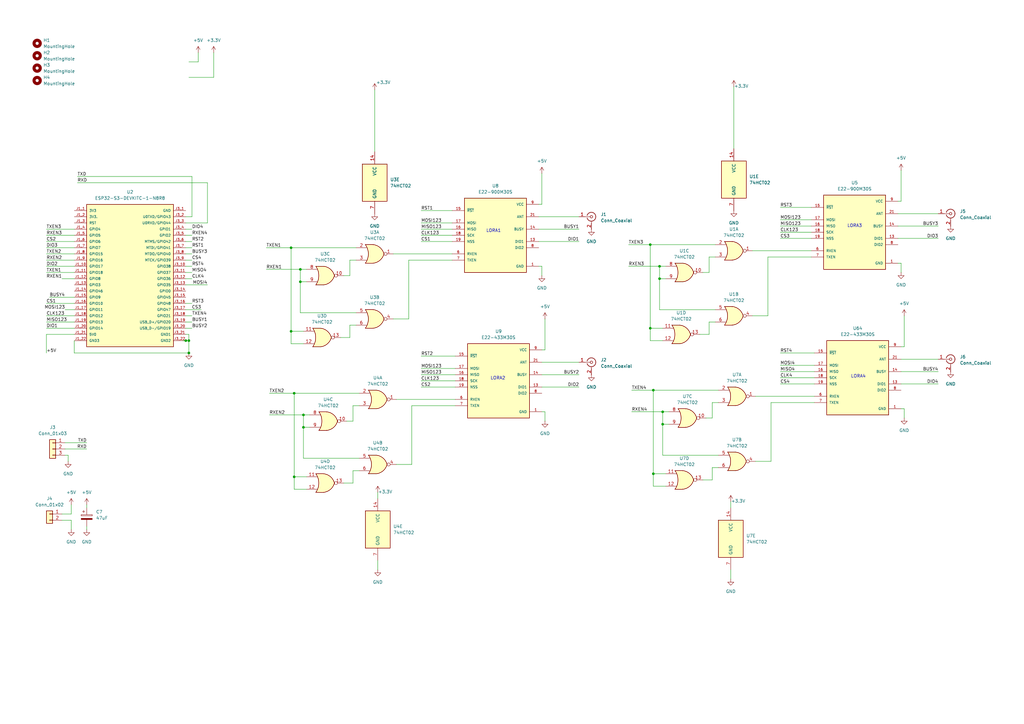
<source format=kicad_sch>
(kicad_sch (version 20250114) (generator "eeschema") (generator_version "9.0")
  (paper "A3")
  (lib_symbols
    (symbol "74xx:74HCT02" (pin_names (offset 1.016))
      (property "Reference" "U" (at 0 1.27 0))
      (property "Value" "74HCT02" (at 0 -1.27 0))
      (symbol "74HCT02_1_1"
        (pin input line (at -7.62 2.54 0) (length 4.318) (name "~") (number "2"))
        (pin input line (at -7.62 -2.54 0) (length 4.318) (name "~") (number "3"))
        (pin output inverted (at 7.62 0 180) (length 3.81) (name "~") (number "1"))
      )
      (symbol "74HCT02_1_2"
        (pin input inverted (at -7.62 2.54 0) (length 3.81) (name "~") (number "2"))
        (pin input inverted (at -7.62 -2.54 0) (length 3.81) (name "~") (number "3"))
        (pin output line (at 7.62 0 180) (length 3.81) (name "~") (number "1"))
      )
      (symbol "74HCT02_2_1"
        (pin input line (at -7.62 2.54 0) (length 4.318) (name "~") (number "5"))
        (pin input line (at -7.62 -2.54 0) (length 4.318) (name "~") (number "6"))
        (pin output inverted (at 7.62 0 180) (length 3.81) (name "~") (number "4"))
      )
      (symbol "74HCT02_2_2"
        (pin input inverted (at -7.62 2.54 0) (length 3.81) (name "~") (number "5"))
        (pin input inverted (at -7.62 -2.54 0) (length 3.81) (name "~") (number "6"))
        (pin output line (at 7.62 0 180) (length 3.81) (name "~") (number "4"))
      )
      (symbol "74HCT02_3_1"
        (pin input line (at -7.62 2.54 0) (length 4.318) (name "~") (number "8"))
        (pin input line (at -7.62 -2.54 0) (length 4.318) (name "~") (number "9"))
        (pin output inverted (at 7.62 0 180) (length 3.81) (name "~") (number "10"))
      )
      (symbol "74HCT02_3_2"
        (pin input inverted (at -7.62 2.54 0) (length 3.81) (name "~") (number "8"))
        (pin input inverted (at -7.62 -2.54 0) (length 3.81) (name "~") (number "9"))
        (pin output line (at 7.62 0 180) (length 3.81) (name "~") (number "10"))
      )
      (symbol "74HCT02_4_1"
        (pin input line (at -7.62 2.54 0) (length 4.318) (name "~") (number "11"))
        (pin input line (at -7.62 -2.54 0) (length 4.318) (name "~") (number "12"))
        (pin output inverted (at 7.62 0 180) (length 3.81) (name "~") (number "13"))
      )
      (symbol "74HCT02_4_2"
        (pin input inverted (at -7.62 2.54 0) (length 3.81) (name "~") (number "11"))
        (pin input inverted (at -7.62 -2.54 0) (length 3.81) (name "~") (number "12"))
        (pin output line (at 7.62 0 180) (length 3.81) (name "~") (number "13"))
      )
      (symbol "74HCT02_5_0"
        (pin power_in line (at 0 12.7 270) (length 5.08) (name "VCC") (number "14"))
        (pin power_in line (at 0 -12.7 90) (length 5.08) (name "GND") (number "7"))
      )
    )
    (symbol "Connector:Conn_Coaxial" (pin_names (offset 1.016) (hide yes))
      (property "Reference" "J" (at 0.254 3.048 0))
      (property "Value" "Conn_Coaxial" (at 2.921 0 90))
      (symbol "Conn_Coaxial_1_1"
        (pin passive line (at -5.08 0 0) (length 2.54) (name "In") (number "1"))
        (pin passive line (at 0 -5.08 90) (length 2.54) (name "Ext") (number "2"))
      )
    )
    (symbol "Connector_Generic:Conn_01x02" (pin_names (offset 1.016) (hide yes))
      (property "Reference" "J" (at 0 2.54 0))
      (property "Value" "Conn_01x02" (at 0 -5.08 0))
      (symbol "Conn_01x02_1_1"
        (pin passive line (at -5.08 0 0) (length 3.81) (name "Pin_1") (number "1"))
        (pin passive line (at -5.08 -2.54 0) (length 3.81) (name "Pin_2") (number "2"))
      )
    )
    (symbol "Connector_Generic:Conn_01x03" (pin_names (offset 1.016) (hide yes))
      (property "Reference" "J" (at 0 5.08 0))
      (property "Value" "Conn_01x03" (at 0 -5.08 0))
      (symbol "Conn_01x03_1_1"
        (pin passive line (at -5.08 2.54 0) (length 3.81) (name "Pin_1") (number "1"))
        (pin passive line (at -5.08 0 0) (length 3.81) (name "Pin_2") (number "2"))
        (pin passive line (at -5.08 -2.54 0) (length 3.81) (name "Pin_3") (number "3"))
      )
    )
    (symbol "Device:C_Polarized" (pin_numbers (hide yes)) (pin_names (offset 0.254))
      (property "Reference" "C" (at 0.635 2.54 0))
      (property "Value" "C_Polarized" (at 0.635 -2.54 0))
      (symbol "C_Polarized_1_1"
        (pin passive line (at 0 3.81 270) (length 2.794) (name "~") (number "1"))
        (pin passive line (at 0 -3.81 90) (length 2.794) (name "~") (number "2"))
      )
    )
    (symbol "ESP32-S3-DEVKITC-1-N8R8:ESP32-S3-DEVKITC-1-N8R8" (pin_names (offset 1.016))
      (property "Reference" "U" (at -17.78 35.56 0))
      (property "Value" "ESP32-S3-DEVKITC-1-N8R8" (at -17.78 -27.94 0))
      (symbol "ESP32-S3-DEVKITC-1-N8R8_0_0"
        (pin power_in line (at -22.86 30.48 0) (length 5.08) (name "3V3") (number "J1_1"))
        (pin power_in line (at -22.86 27.94 0) (length 5.08) (name "3V3.") (number "J1_2"))
        (pin input line (at -22.86 25.4 0) (length 5.08) (name "RST") (number "J1_3"))
        (pin bidirectional line (at -22.86 22.86 0) (length 5.08) (name "GPIO4") (number "J1_4"))
        (pin bidirectional line (at -22.86 20.32 0) (length 5.08) (name "GPIO5") (number "J1_5"))
        (pin bidirectional line (at -22.86 17.78 0) (length 5.08) (name "GPIO6") (number "J1_6"))
        (pin bidirectional line (at -22.86 15.24 0) (length 5.08) (name "GPIO7") (number "J1_7"))
        (pin bidirectional line (at -22.86 12.7 0) (length 5.08) (name "GPIO15") (number "J1_8"))
        (pin bidirectional line (at -22.86 10.16 0) (length 5.08) (name "GPIO16") (number "J1_9"))
        (pin bidirectional line (at -22.86 7.62 0) (length 5.08) (name "GPIO17") (number "J1_10"))
        (pin bidirectional line (at -22.86 5.08 0) (length 5.08) (name "GPIO18") (number "J1_11"))
        (pin bidirectional line (at -22.86 2.54 0) (length 5.08) (name "GPIO8") (number "J1_12"))
        (pin bidirectional line (at -22.86 0 0) (length 5.08) (name "GPIO3") (number "J1_13"))
        (pin bidirectional line (at -22.86 -2.54 0) (length 5.08) (name "GPIO46") (number "J1_14"))
        (pin bidirectional line (at -22.86 -5.08 0) (length 5.08) (name "GPIO9") (number "J1_15"))
        (pin bidirectional line (at -22.86 -7.62 0) (length 5.08) (name "GPIO10") (number "J1_16"))
        (pin bidirectional line (at -22.86 -10.16 0) (length 5.08) (name "GPIO11") (number "J1_17"))
        (pin bidirectional line (at -22.86 -12.7 0) (length 5.08) (name "GPIO12") (number "J1_18"))
        (pin bidirectional line (at -22.86 -15.24 0) (length 5.08) (name "GPIO13") (number "J1_19"))
        (pin bidirectional line (at -22.86 -17.78 0) (length 5.08) (name "GPIO14") (number "J1_20"))
        (pin power_in line (at -22.86 -20.32 0) (length 5.08) (name "5V0") (number "J1_21"))
        (pin power_in line (at -22.86 -22.86 0) (length 5.08) (name "GND3") (number "J1_22"))
        (pin power_in line (at 22.86 30.48 180) (length 5.08) (name "GND") (number "J3_1"))
        (pin bidirectional line (at 22.86 27.94 180) (length 5.08) (name "U0TXD/GPIO43") (number "J3_2"))
        (pin bidirectional line (at 22.86 25.4 180) (length 5.08) (name "U0RXD/GPIO44") (number "J3_3"))
        (pin bidirectional line (at 22.86 22.86 180) (length 5.08) (name "GPIO1") (number "J3_4"))
        (pin bidirectional line (at 22.86 20.32 180) (length 5.08) (name "GPIO2") (number "J3_5"))
        (pin bidirectional line (at 22.86 17.78 180) (length 5.08) (name "MTMS/GPIO42") (number "J3_6"))
        (pin bidirectional line (at 22.86 15.24 180) (length 5.08) (name "MTDI/GPIO41") (number "J3_7"))
        (pin bidirectional line (at 22.86 12.7 180) (length 5.08) (name "MTDO/GPIO40") (number "J3_8"))
        (pin bidirectional line (at 22.86 10.16 180) (length 5.08) (name "MTCK/GPIO39") (number "J3_9"))
        (pin bidirectional line (at 22.86 7.62 180) (length 5.08) (name "GPIO38") (number "J3_10"))
        (pin bidirectional line (at 22.86 5.08 180) (length 5.08) (name "GPIO37") (number "J3_11"))
        (pin bidirectional line (at 22.86 2.54 180) (length 5.08) (name "GPIO36") (number "J3_12"))
        (pin bidirectional line (at 22.86 0 180) (length 5.08) (name "GPIO35") (number "J3_13"))
        (pin bidirectional line (at 22.86 -2.54 180) (length 5.08) (name "GPIO0") (number "J3_14"))
        (pin bidirectional line (at 22.86 -5.08 180) (length 5.08) (name "GPIO45") (number "J3_15"))
        (pin bidirectional line (at 22.86 -7.62 180) (length 5.08) (name "GPIO48") (number "J3_16"))
        (pin bidirectional line (at 22.86 -10.16 180) (length 5.08) (name "GPIO47") (number "J3_17"))
        (pin bidirectional line (at 22.86 -12.7 180) (length 5.08) (name "GPIO21") (number "J3_18"))
        (pin bidirectional line (at 22.86 -15.24 180) (length 5.08) (name "USB_D+/GPIO20") (number "J3_19"))
        (pin bidirectional line (at 22.86 -17.78 180) (length 5.08) (name "USB_D-/GPIO19") (number "J3_20"))
        (pin power_in line (at 22.86 -20.32 180) (length 5.08) (name "GND1") (number "J3_21"))
        (pin power_in line (at 22.86 -22.86 180) (length 5.08) (name "GND2") (number "J3_22"))
      )
    )
    (symbol "Mechanical:MountingHole" (pin_names (offset 1.016)) (exclude_from_sim yes) (in_bom no)
      (property "Reference" "H" (at 0 5.08 0))
      (property "Value" "MountingHole" (at 0 3.175 0))
    )
    (symbol "all:E22-900M30S" (pin_names (offset 1.016))
      (property "Reference" "U" (at -12.7 16.002 0))
      (property "Value" "E22-900M30S" (at -12.7 -17.78 0))
      (symbol "E22-900M30S_0_0"
        (pin input line (at -17.78 10.16 0) (length 5.08) (name "~{RST}") (number "15"))
        (pin input line (at -17.78 5.08 0) (length 5.08) (name "MOSI") (number "17"))
        (pin output line (at -17.78 2.54 0) (length 5.08) (name "MISO") (number "16"))
        (pin input line (at -17.78 0 0) (length 5.08) (name "SCK") (number "18"))
        (pin input line (at -17.78 -2.54 0) (length 5.08) (name "NSS") (number "19"))
        (pin input line (at -17.78 -7.62 0) (length 5.08) (name "RXEN") (number "6"))
        (pin input line (at -17.78 -10.16 0) (length 5.08) (name "TXEN") (number "7"))
        (pin power_in line (at 17.78 12.7 180) (length 5.08) (name "VCC") (number "9"))
        (pin output line (at 17.78 7.62 180) (length 5.08) (name "ANT") (number "21"))
        (pin output line (at 17.78 2.54 180) (length 5.08) (name "BUSY") (number "14"))
        (pin bidirectional line (at 17.78 -2.54 180) (length 5.08) (name "DIO1") (number "13"))
        (pin bidirectional line (at 17.78 -5.08 180) (length 5.08) (name "DIO2") (number "8"))
        (pin power_in line (at 17.78 -12.7 180) (length 5.08) (name "GND") (number "1"))
      )
      (symbol "E22-900M30S_1_0"
        (pin power_in line (at 17.78 12.7 180) (length 5.08) (hide yes) (name "VCC") (number "10"))
        (pin power_in line (at 17.78 -12.7 180) (length 5.08) (hide yes) (name "GND") (number "11"))
        (pin power_in line (at 17.78 -12.7 180) (length 5.08) (hide yes) (name "GND") (number "12"))
        (pin power_in line (at 17.78 -12.7 180) (length 5.08) (hide yes) (name "GND") (number "2"))
        (pin power_in line (at 17.78 -12.7 180) (length 5.08) (hide yes) (name "GND") (number "20"))
        (pin power_in line (at 17.78 -12.7 180) (length 5.08) (hide yes) (name "GND") (number "22"))
        (pin power_in line (at 17.78 -12.7 180) (length 5.08) (hide yes) (name "GND") (number "3"))
        (pin power_in line (at 17.78 -12.7 180) (length 5.08) (hide yes) (name "GND") (number "4"))
        (pin power_in line (at 17.78 -12.7 180) (length 5.08) (hide yes) (name "GND") (number "5"))
      )
    )
    (symbol "power:+3.3V" (power) (pin_numbers (hide yes)) (pin_names (offset 0) (hide yes))
      (property "Value" "+3.3V" (at 0 3.556 0))
      (symbol "+3.3V_1_1"
        (pin power_in line (at 0 0 90) (length 0) (name "~") (number "1"))
      )
    )
    (symbol "power:+5V" (power) (pin_numbers (hide yes)) (pin_names (offset 0) (hide yes))
      (property "Value" "+5V" (at 0 3.556 0))
      (symbol "+5V_1_1"
        (pin power_in line (at 0 0 90) (length 0) (name "~") (number "1"))
      )
    )
    (symbol "power:GND" (power) (pin_numbers (hide yes)) (pin_names (offset 0) (hide yes))
      (property "Value" "GND" (at 0 -3.81 0))
      (symbol "GND_1_1"
        (pin power_in line (at 0 0 270) (length 0) (name "~") (number "1"))
      )
    )
  )
  (text "LORA2" (at 204.216 155.194 0) (effects (font (size 1.27 1.27))))
  (text "LORA4" (at 352.044 154.432 0) (effects (font (size 1.27 1.27))))
  (text "LORA3" (at 350.52 92.71 0) (effects (font (size 1.27 1.27))))
  (text "LORA1" (at 202.438 94.742 0) (effects (font (size 1.27 1.27))))
  (junction (at 267.97 160.02))
  (junction (at 266.7 134.62))
  (junction (at 120.65 161.29))
  (junction (at 120.65 195.58))
  (junction (at 266.7 100.33))
  (junction (at 77.47 144.78))
  (junction (at 76.2 139.7))
  (junction (at 123.19 115.57))
  (junction (at 124.46 175.26))
  (junction (at 77.47 139.7))
  (junction (at 271.78 168.91))
  (junction (at 271.78 173.99))
  (junction (at 270.51 109.22))
  (junction (at 267.97 194.31))
  (junction (at 270.51 114.3))
  (junction (at 124.46 170.18))
  (junction (at 119.38 135.89))
  (junction (at 119.38 101.6))
  (junction (at 123.19 110.49))
  (wire (pts (xy 19.05 93.98) (xy 30.48 93.98)))
  (wire (pts (xy 309.88 189.23) (xy 316.23 189.23)))
  (wire (pts (xy 257.81 109.22) (xy 270.51 109.22)))
  (wire (pts (xy 19.05 132.08) (xy 30.48 132.08)))
  (wire (pts (xy 267.97 199.39) (xy 273.05 199.39)))
  (wire (pts (xy 35.56 207.01) (xy 35.56 208.28)))
  (wire (pts (xy 26.67 181.61) (xy 35.56 181.61)))
  (wire (pts (xy 167.64 106.68) (xy 185.42 106.68)))
  (wire (pts (xy 19.05 101.6) (xy 30.48 101.6)))
  (wire (pts (xy 26.67 184.15) (xy 35.56 184.15)))
  (wire (pts (xy 30.48 137.16) (xy 19.05 137.16)))
  (wire (pts (xy 172.72 96.52) (xy 185.42 96.52)))
  (wire (pts (xy 144.78 172.72) (xy 144.78 166.37)))
  (wire (pts (xy 289.56 171.45) (xy 292.1 171.45)))
  (wire (pts (xy 78.74 99.06) (xy 76.2 99.06)))
  (wire (pts (xy 19.05 104.14) (xy 30.48 104.14)))
  (wire (pts (xy 288.29 111.76) (xy 290.83 111.76)))
  (wire (pts (xy 19.05 129.54) (xy 30.48 129.54)))
  (wire (pts (xy 223.52 168.91) (xy 222.25 168.91)))
  (wire (pts (xy 120.65 200.66) (xy 125.73 200.66)))
  (wire (pts (xy 320.04 154.94) (xy 334.01 154.94)))
  (wire (pts (xy 271.78 173.99) (xy 274.32 173.99)))
  (wire (pts (xy 78.74 93.98) (xy 76.2 93.98)))
  (wire (pts (xy 74.93 139.7) (xy 76.2 139.7)))
  (wire (pts (xy 316.23 189.23) (xy 316.23 165.1)))
  (wire (pts (xy 172.72 93.98) (xy 185.42 93.98)))
  (wire (pts (xy 172.72 153.67) (xy 186.69 153.67)))
  (wire (pts (xy 316.23 165.1) (xy 334.01 165.1)))
  (wire (pts (xy 78.74 124.46) (xy 76.2 124.46)))
  (wire (pts (xy 140.97 113.03) (xy 143.51 113.03)))
  (wire (pts (xy 119.38 135.89) (xy 119.38 101.6)))
  (wire (pts (xy 19.05 124.46) (xy 30.48 124.46)))
  (wire (pts (xy 78.74 96.52) (xy 76.2 96.52)))
  (wire (pts (xy 110.49 170.18) (xy 124.46 170.18)))
  (wire (pts (xy 123.19 128.27) (xy 123.19 115.57)))
  (wire (pts (xy 172.72 158.75) (xy 186.69 158.75)))
  (wire (pts (xy 143.51 106.68) (xy 146.05 106.68)))
  (wire (pts (xy 223.52 130.81) (xy 223.52 143.51)))
  (wire (pts (xy 259.08 168.91) (xy 271.78 168.91)))
  (wire (pts (xy 314.96 129.54) (xy 314.96 105.41)))
  (wire (pts (xy 76.2 137.16) (xy 77.47 137.16)))
  (wire (pts (xy 78.74 88.9) (xy 78.74 72.39)))
  (wire (pts (xy 162.56 190.5) (xy 168.91 190.5)))
  (wire (pts (xy 76.2 114.3) (xy 78.74 114.3)))
  (wire (pts (xy 320.04 92.71) (xy 332.74 92.71)))
  (wire (pts (xy 26.67 186.69) (xy 27.94 186.69)))
  (wire (pts (xy 369.57 82.55) (xy 369.57 69.85)))
  (wire (pts (xy 266.7 100.33) (xy 293.37 100.33)))
  (wire (pts (xy 120.65 161.29) (xy 147.32 161.29)))
  (wire (pts (xy 368.3 87.63) (xy 384.81 87.63)))
  (wire (pts (xy 85.09 116.84) (xy 76.2 116.84)))
  (wire (pts (xy 19.05 111.76) (xy 30.48 111.76)))
  (wire (pts (xy 78.74 106.68) (xy 76.2 106.68)))
  (wire (pts (xy 369.57 147.32) (xy 384.81 147.32)))
  (wire (pts (xy 19.05 96.52) (xy 30.48 96.52)))
  (wire (pts (xy 220.98 93.98) (xy 237.49 93.98)))
  (wire (pts (xy 154.94 201.93) (xy 154.94 204.47)))
  (wire (pts (xy 85.09 91.44) (xy 85.09 74.93)))
  (wire (pts (xy 223.52 172.72) (xy 223.52 168.91)))
  (wire (pts (xy 294.64 186.69) (xy 271.78 186.69)))
  (wire (pts (xy 19.05 134.62) (xy 30.48 134.62)))
  (wire (pts (xy 266.7 139.7) (xy 271.78 139.7)))
  (wire (pts (xy 78.74 109.22) (xy 76.2 109.22)))
  (wire (pts (xy 270.51 114.3) (xy 273.05 114.3)))
  (wire (pts (xy 288.29 196.85) (xy 292.1 196.85)))
  (wire (pts (xy 78.74 111.76) (xy 76.2 111.76)))
  (wire (pts (xy 78.74 104.14) (xy 76.2 104.14)))
  (wire (pts (xy 172.72 146.05) (xy 186.69 146.05)))
  (wire (pts (xy 144.78 198.12) (xy 144.78 193.04)))
  (wire (pts (xy 270.51 109.22) (xy 273.05 109.22)))
  (wire (pts (xy 172.72 91.44) (xy 185.42 91.44)))
  (wire (pts (xy 78.74 101.6) (xy 76.2 101.6)))
  (wire (pts (xy 167.64 130.81) (xy 167.64 106.68)))
  (wire (pts (xy 172.72 151.13) (xy 186.69 151.13)))
  (wire (pts (xy 222.25 158.75) (xy 237.49 158.75)))
  (wire (pts (xy 172.72 99.06) (xy 185.42 99.06)))
  (wire (pts (xy 154.94 233.68) (xy 154.94 229.87)))
  (wire (pts (xy 257.81 100.33) (xy 266.7 100.33)))
  (wire (pts (xy 320.04 85.09) (xy 332.74 85.09)))
  (wire (pts (xy 320.04 152.4) (xy 334.01 152.4)))
  (wire (pts (xy 220.98 83.82) (xy 222.25 83.82)))
  (wire (pts (xy 77.47 137.16) (xy 77.47 139.7)))
  (wire (pts (xy 119.38 135.89) (xy 124.46 135.89)))
  (wire (pts (xy 290.83 111.76) (xy 290.83 105.41)))
  (wire (pts (xy 290.83 105.41) (xy 293.37 105.41)))
  (wire (pts (xy 271.78 186.69) (xy 271.78 173.99)))
  (wire (pts (xy 77.47 139.7) (xy 77.47 144.78)))
  (wire (pts (xy 259.08 160.02) (xy 267.97 160.02)))
  (wire (pts (xy 143.51 133.35) (xy 146.05 133.35)))
  (wire (pts (xy 123.19 115.57) (xy 123.19 110.49)))
  (wire (pts (xy 81.28 25.4) (xy 77.47 25.4)))
  (wire (pts (xy 146.05 128.27) (xy 123.19 128.27)))
  (wire (pts (xy 266.7 134.62) (xy 271.78 134.62)))
  (wire (pts (xy 87.63 21.59) (xy 87.63 31.75)))
  (wire (pts (xy 368.3 92.71) (xy 384.81 92.71)))
  (wire (pts (xy 27.94 189.23) (xy 27.94 186.69)))
  (wire (pts (xy 35.56 215.9) (xy 35.56 217.17)))
  (wire (pts (xy 120.65 195.58) (xy 125.73 195.58)))
  (wire (pts (xy 25.4 114.3) (xy 30.48 114.3)))
  (wire (pts (xy 30.48 106.68) (xy 19.05 106.68)))
  (wire (pts (xy 142.24 172.72) (xy 144.78 172.72)))
  (wire (pts (xy 123.19 110.49) (xy 125.73 110.49)))
  (wire (pts (xy 267.97 160.02) (xy 294.64 160.02)))
  (wire (pts (xy 140.97 198.12) (xy 144.78 198.12)))
  (wire (pts (xy 119.38 140.97) (xy 124.46 140.97)))
  (wire (pts (xy 222.25 153.67) (xy 237.49 153.67)))
  (wire (pts (xy 29.21 213.36) (xy 29.21 217.17)))
  (wire (pts (xy 370.84 167.64) (xy 369.57 167.64)))
  (wire (pts (xy 220.98 88.9) (xy 237.49 88.9)))
  (wire (pts (xy 292.1 191.77) (xy 294.64 191.77)))
  (wire (pts (xy 29.21 210.82) (xy 29.21 207.01)))
  (wire (pts (xy 20.32 121.92) (xy 30.48 121.92)))
  (wire (pts (xy 147.32 187.96) (xy 124.46 187.96)))
  (wire (pts (xy 320.04 157.48) (xy 334.01 157.48)))
  (wire (pts (xy 370.84 171.45) (xy 370.84 167.64)))
  (wire (pts (xy 124.46 175.26) (xy 124.46 170.18)))
  (wire (pts (xy 76.2 91.44) (xy 85.09 91.44)))
  (wire (pts (xy 270.51 114.3) (xy 270.51 109.22)))
  (wire (pts (xy 31.75 74.93) (xy 85.09 74.93)))
  (wire (pts (xy 30.48 109.22) (xy 19.05 109.22)))
  (wire (pts (xy 267.97 199.39) (xy 267.97 194.31)))
  (wire (pts (xy 153.67 62.23) (xy 153.67 36.83)))
  (wire (pts (xy 161.29 130.81) (xy 167.64 130.81)))
  (wire (pts (xy 161.29 104.14) (xy 185.42 104.14)))
  (wire (pts (xy 25.4 213.36) (xy 29.21 213.36)))
  (wire (pts (xy 144.78 166.37) (xy 147.32 166.37)))
  (wire (pts (xy 266.7 139.7) (xy 266.7 134.62)))
  (wire (pts (xy 299.72 205.74) (xy 299.72 208.28)))
  (wire (pts (xy 292.1 165.1) (xy 294.64 165.1)))
  (wire (pts (xy 314.96 105.41) (xy 332.74 105.41)))
  (wire (pts (xy 31.75 72.39) (xy 78.74 72.39)))
  (wire (pts (xy 220.98 99.06) (xy 237.49 99.06)))
  (wire (pts (xy 308.61 102.87) (xy 332.74 102.87)))
  (wire (pts (xy 271.78 173.99) (xy 271.78 168.91)))
  (wire (pts (xy 81.28 21.59) (xy 81.28 25.4)))
  (wire (pts (xy 369.57 111.76) (xy 369.57 107.95)))
  (wire (pts (xy 172.72 86.36) (xy 185.42 86.36)))
  (wire (pts (xy 369.57 142.24) (xy 370.84 142.24)))
  (wire (pts (xy 76.2 127) (xy 82.55 127)))
  (wire (pts (xy 308.61 129.54) (xy 314.96 129.54)))
  (wire (pts (xy 144.78 193.04) (xy 147.32 193.04)))
  (wire (pts (xy 87.63 31.75) (xy 77.47 31.75)))
  (wire (pts (xy 120.65 200.66) (xy 120.65 195.58)))
  (wire (pts (xy 168.91 190.5) (xy 168.91 166.37)))
  (wire (pts (xy 19.05 99.06) (xy 30.48 99.06)))
  (wire (pts (xy 271.78 168.91) (xy 274.32 168.91)))
  (wire (pts (xy 299.72 237.49) (xy 299.72 233.68)))
  (wire (pts (xy 30.48 139.7) (xy 30.48 144.78)))
  (wire (pts (xy 370.84 129.54) (xy 370.84 142.24)))
  (wire (pts (xy 320.04 144.78) (xy 334.01 144.78)))
  (wire (pts (xy 168.91 166.37) (xy 186.69 166.37)))
  (wire (pts (xy 119.38 140.97) (xy 119.38 135.89)))
  (wire (pts (xy 292.1 196.85) (xy 292.1 191.77)))
  (wire (pts (xy 78.74 88.9) (xy 76.2 88.9)))
  (wire (pts (xy 368.3 107.95) (xy 369.57 107.95)))
  (wire (pts (xy 76.2 139.7) (xy 77.47 139.7)))
  (wire (pts (xy 267.97 194.31) (xy 267.97 160.02)))
  (wire (pts (xy 290.83 132.08) (xy 293.37 132.08)))
  (wire (pts (xy 292.1 171.45) (xy 292.1 165.1)))
  (wire (pts (xy 320.04 95.25) (xy 332.74 95.25)))
  (wire (pts (xy 222.25 143.51) (xy 223.52 143.51)))
  (wire (pts (xy 26.67 127) (xy 30.48 127)))
  (wire (pts (xy 78.74 134.62) (xy 76.2 134.62)))
  (wire (pts (xy 369.57 157.48) (xy 384.81 157.48)))
  (wire (pts (xy 143.51 113.03) (xy 143.51 106.68)))
  (wire (pts (xy 139.7 138.43) (xy 143.51 138.43)))
  (wire (pts (xy 287.02 137.16) (xy 290.83 137.16)))
  (wire (pts (xy 109.22 110.49) (xy 123.19 110.49)))
  (wire (pts (xy 110.49 161.29) (xy 120.65 161.29)))
  (wire (pts (xy 109.22 101.6) (xy 119.38 101.6)))
  (wire (pts (xy 25.4 210.82) (xy 29.21 210.82)))
  (wire (pts (xy 172.72 156.21) (xy 186.69 156.21)))
  (wire (pts (xy 290.83 137.16) (xy 290.83 132.08)))
  (wire (pts (xy 78.74 129.54) (xy 76.2 129.54)))
  (wire (pts (xy 143.51 138.43) (xy 143.51 133.35)))
  (wire (pts (xy 222.25 148.59) (xy 237.49 148.59)))
  (wire (pts (xy 119.38 101.6) (xy 146.05 101.6)))
  (wire (pts (xy 30.48 144.78) (xy 77.47 144.78)))
  (wire (pts (xy 320.04 149.86) (xy 334.01 149.86)))
  (wire (pts (xy 124.46 170.18) (xy 127 170.18)))
  (wire (pts (xy 123.19 115.57) (xy 125.73 115.57)))
  (wire (pts (xy 368.3 82.55) (xy 369.57 82.55)))
  (wire (pts (xy 124.46 175.26) (xy 127 175.26)))
  (wire (pts (xy 222.25 113.03) (xy 222.25 109.22)))
  (wire (pts (xy 78.74 132.08) (xy 76.2 132.08)))
  (wire (pts (xy 120.65 195.58) (xy 120.65 161.29)))
  (wire (pts (xy 162.56 163.83) (xy 186.69 163.83)))
  (wire (pts (xy 293.37 127) (xy 270.51 127)))
  (wire (pts (xy 19.05 137.16) (xy 19.05 144.78)))
  (wire (pts (xy 320.04 90.17) (xy 332.74 90.17)))
  (wire (pts (xy 300.99 60.96) (xy 300.99 35.56)))
  (wire (pts (xy 222.25 83.82) (xy 222.25 71.12)))
  (wire (pts (xy 369.57 152.4) (xy 384.81 152.4)))
  (wire (pts (xy 220.98 109.22) (xy 222.25 109.22)))
  (wire (pts (xy 320.04 97.79) (xy 332.74 97.79)))
  (wire (pts (xy 266.7 134.62) (xy 266.7 100.33)))
  (wire (pts (xy 309.88 162.56) (xy 334.01 162.56)))
  (wire (pts (xy 270.51 127) (xy 270.51 114.3)))
  (wire (pts (xy 368.3 97.79) (xy 384.81 97.79)))
  (wire (pts (xy 124.46 187.96) (xy 124.46 175.26)))
  (wire (pts (xy 267.97 194.31) (xy 273.05 194.31)))
  (label "MISO123" (at 19.05 132.08 0))
  (label "MISO123" (at 320.04 92.71 0))
  (label "RXD" (at 35.56 184.15 180))
  (label "MISO123" (at 172.72 153.67 0))
  (label "MOSI123" (at 26.67 127 180))
  (label "BUSY3" (at 384.81 92.71 180))
  (label "RST3" (at 320.04 85.09 0))
  (label "MOSI4" (at 320.04 149.86 0))
  (label "RXEN3" (at 19.05 96.52 0))
  (label "CLK123" (at 172.72 156.21 0))
  (label "RST4" (at 78.74 109.22 0))
  (label "MOSI4" (at 85.09 116.84 180))
  (label "RXEN2" (at 19.05 106.68 0))
  (label "MOSI123" (at 172.72 91.44 0))
  (label "BUSY2" (at 78.74 134.62 0))
  (label "BUSY4" (at 20.32 121.92 0))
  (label "CLK123" (at 172.72 96.52 0))
  (label "DIO1" (at 19.05 134.62 0))
  (label "CLK4" (at 320.04 154.94 0))
  (label "CLK123" (at 19.05 129.54 0))
  (label "CS4" (at 320.04 157.48 0))
  (label "CS3" (at 320.04 97.79 0))
  (label "TXEN2" (at 19.05 104.14 0))
  (label "DIO3" (at 384.81 97.79 180))
  (label "BUSY3" (at 78.74 104.14 0))
  (label "RXEN4" (at 259.08 168.91 0))
  (label "RST2" (at 78.74 99.06 0))
  (label "DIO1" (at 237.49 99.06 180))
  (label "RXEN4" (at 78.74 96.52 0))
  (label "TXEN2" (at 110.49 161.29 0))
  (label "RST2" (at 172.72 146.05 0))
  (label "CS2" (at 172.72 158.75 0))
  (label "TXEN4" (at 78.74 129.54 0))
  (label "RST3" (at 78.74 124.46 0))
  (label "TXEN1" (at 19.05 111.76 0))
  (label "BUSY1" (at 237.49 93.98 180))
  (label "DIO4" (at 384.81 157.48 180))
  (label "RST1" (at 172.72 86.36 0))
  (label "RST4" (at 320.04 144.78 0))
  (label "CLK4" (at 78.74 114.3 0))
  (label "RXEN3" (at 257.81 109.22 0))
  (label "CLK123" (at 320.04 95.25 0))
  (label "RXEN1" (at 25.4 114.3 180))
  (label "DIO2" (at 237.49 158.75 180))
  (label "RST1" (at 78.74 101.6 0))
  (label "MOSI123" (at 172.72 151.13 0))
  (label "CS3" (at 82.55 127 180))
  (label "DIO2" (at 19.05 109.22 0))
  (label "TXD" (at 31.75 72.39 0))
  (label "MOSI123" (at 320.04 90.17 0))
  (label "TXD" (at 35.56 181.61 180))
  (label "TXEN4" (at 259.08 160.02 0))
  (label "+5V" (at 19.05 144.78 0))
  (label "DIO4" (at 78.74 93.98 0))
  (label "CS1" (at 172.72 99.06 0))
  (label "CS4" (at 78.74 106.68 0))
  (label "TXEN3" (at 257.81 100.33 0))
  (label "MISO4" (at 78.74 111.76 0))
  (label "DIO3" (at 19.05 101.6 0))
  (label "TXEN1" (at 109.22 101.6 0))
  (label "RXEN2" (at 110.49 170.18 0))
  (label "BUSY2" (at 237.49 153.67 180))
  (label "RXD" (at 31.75 74.93 0))
  (label "MISO4" (at 320.04 152.4 0))
  (label "TXEN3" (at 19.05 93.98 0))
  (label "CS1" (at 19.05 124.46 0))
  (label "CS2" (at 19.05 99.06 0))
  (label "BUSY1" (at 78.74 132.08 0))
  (label "BUSY4" (at 384.81 152.4 180))
  (label "RXEN1" (at 109.22 110.49 0))
  (label "MISO123" (at 172.72 93.98 0))
  (symbol (lib_id "Connector:Conn_Coaxial") (at 242.57 148.59 0) (unit 1)
    (property "Reference" "J2" (at 246.38 147.6131 0) (effects (justify left)))
    (property "Value" "Conn_Coaxial" (at 246.38 150.1531 0) (effects (justify left)))
    (property "Footprint" "Connector_Coaxial:SMA_Amphenol_132289_EdgeMount" (effects (hide yes)))
    (property "Description" "coaxial connector (BNC, SMA, SMB, SMC, Cinch/RCA, LEMO, ...)" (effects (hide yes)))
  )
  (symbol (lib_id "power:GND") (at 29.21 217.17 0) (unit 1)
    (property "Reference" "#PWR032" (effects (hide yes)))
    (property "Value" "GND" (at 29.21 222.25 0))
    (property "Description" "Power symbol creates a global label with name \"GND\" , ground" (effects (hide yes)))
  )
  (symbol (lib_id "74xx:74HCT02") (at 302.26 189.23 0) (unit 2)
    (property "Reference" "U7" (at 302.26 180.34 0))
    (property "Value" "74HCT02" (at 302.26 182.88 0))
    (property "Footprint" "Package_SO:SO-14_3.9x8.65mm_P1.27mm" (effects (hide yes)))
    (property "Datasheet" "http://www.ti.com/lit/gpn/sn74hct02" (effects (hide yes)))
    (property "Description" "quad 2-input NOR gate" (effects (hide yes)))
  )
  (symbol (lib_id "power:GND") (at 300.99 86.36 0) (unit 1)
    (property "Reference" "#PWR042" (effects (hide yes)))
    (property "Value" "GND" (at 300.99 91.44 0))
    (property "Description" "Power symbol creates a global label with name \"GND\" , ground" (effects (hide yes)))
  )
  (symbol (lib_id "power:+5V") (at 29.21 207.01 0) (unit 1)
    (property "Reference" "#PWR031" (effects (hide yes)))
    (property "Value" "+5V" (at 29.21 201.93 0))
    (property "Description" "Power symbol creates a global label with name \"+5V\"" (effects (hide yes)))
  )
  (symbol (lib_id "74xx:74HCT02") (at 153.67 74.93 0) (unit 5)
    (property "Reference" "U3" (at 160.02 73.6599 0) (effects (justify left)))
    (property "Value" "74HCT02" (at 160.02 76.1999 0) (effects (justify left)))
    (property "Footprint" "Package_SO:SO-14_3.9x8.65mm_P1.27mm" (effects (hide yes)))
    (property "Datasheet" "http://www.ti.com/lit/gpn/sn74hct02" (effects (hide yes)))
    (property "Description" "quad 2-input NOR gate" (effects (hide yes)))
  )
  (symbol (lib_id "power:+5V") (at 81.28 21.59 0) (unit 1)
    (property "Reference" "#PWR01" (effects (hide yes)))
    (property "Value" "+5V" (at 81.28 16.51 0))
    (property "Description" "Power symbol creates a global label with name \"+5V\"" (effects (hide yes)))
  )
  (symbol (lib_id "power:GND") (at 35.56 217.17 0) (unit 1)
    (property "Reference" "#PWR034" (effects (hide yes)))
    (property "Value" "GND" (at 35.56 222.25 0))
    (property "Description" "Power symbol creates a global label with name \"GND\" , ground" (effects (hide yes)))
  )
  (symbol (lib_id "power:GND") (at 223.52 172.72 0) (unit 1)
    (property "Reference" "#PWR04" (effects (hide yes)))
    (property "Value" "GND" (at 223.52 177.8 0))
    (property "Description" "Power symbol creates a global label with name \"GND\" , ground" (effects (hide yes)))
  )
  (symbol (lib_id "Connector_Generic:Conn_01x03") (at 21.59 184.15 0) (mirror y) (unit 1)
    (property "Reference" "J3" (at 21.59 175.26 0))
    (property "Value" "Conn_01x03" (at 21.59 177.8 0))
    (property "Footprint" "Connector_JST:JST_XH_B3B-XH-A_1x03_P2.50mm_Vertical" (effects (hide yes)))
    (property "Description" "Generic connector, single row, 01x03, script generated (kicad-library-utils/schlib/autogen/connector/)" (effects (hide yes)))
  )
  (symbol (lib_id "74xx:74HCT02") (at 154.94 190.5 0) (unit 2)
    (property "Reference" "U4" (at 154.94 181.61 0))
    (property "Value" "74HCT02" (at 154.94 184.15 0))
    (property "Footprint" "Package_SO:SO-14_3.9x8.65mm_P1.27mm" (effects (hide yes)))
    (property "Datasheet" "http://www.ti.com/lit/gpn/sn74hct02" (effects (hide yes)))
    (property "Description" "quad 2-input NOR gate" (effects (hide yes)))
  )
  (symbol (lib_id "power:GND") (at 389.89 92.71 0) (unit 1)
    (property "Reference" "#PWR057" (effects (hide yes)))
    (property "Value" "GND" (at 389.89 97.79 0))
    (property "Description" "Power symbol creates a global label with name \"GND\" , ground" (effects (hide yes)))
  )
  (symbol (lib_id "power:GND") (at 27.94 189.23 0) (unit 1)
    (property "Reference" "#PWR030" (effects (hide yes)))
    (property "Value" "GND" (at 27.94 194.31 0))
    (property "Description" "Power symbol creates a global label with name \"GND\" , ground" (effects (hide yes)))
  )
  (symbol (lib_id "74xx:74HCT02") (at 154.94 163.83 0) (unit 1)
    (property "Reference" "U4" (at 154.94 154.94 0))
    (property "Value" "74HCT02" (at 154.94 157.48 0))
    (property "Footprint" "Package_SO:SO-14_3.9x8.65mm_P1.27mm" (effects (hide yes)))
    (property "Datasheet" "http://www.ti.com/lit/gpn/sn74hct02" (effects (hide yes)))
    (property "Description" "quad 2-input NOR gate" (effects (hide yes)))
  )
  (symbol (lib_id "74xx:74HCT02") (at 300.99 102.87 0) (unit 1)
    (property "Reference" "U1" (at 300.99 93.98 0))
    (property "Value" "74HCT02" (at 300.99 96.52 0))
    (property "Footprint" "Package_SO:SO-14_3.9x8.65mm_P1.27mm" (effects (hide yes)))
    (property "Datasheet" "http://www.ti.com/lit/gpn/sn74hct02" (effects (hide yes)))
    (property "Description" "quad 2-input NOR gate" (effects (hide yes)))
  )
  (symbol (lib_id "74xx:74HCT02") (at 300.99 73.66 0) (unit 5)
    (property "Reference" "U1" (at 307.34 72.3899 0) (effects (justify left)))
    (property "Value" "74HCT02" (at 307.34 74.9299 0) (effects (justify left)))
    (property "Footprint" "Package_SO:SO-14_3.9x8.65mm_P1.27mm" (effects (hide yes)))
    (property "Datasheet" "http://www.ti.com/lit/gpn/sn74hct02" (effects (hide yes)))
    (property "Description" "quad 2-input NOR gate" (effects (hide yes)))
  )
  (symbol (lib_id "power:+3.3V") (at 300.99 35.56 0) (unit 1)
    (property "Reference" "#PWR041" (effects (hide yes)))
    (property "Value" "+3.3V" (at 304.038 35.306 0))
    (property "Description" "Power symbol creates a global label with name \"+3.3V\"" (effects (hide yes)))
  )
  (symbol (lib_id "Connector:Conn_Coaxial") (at 389.89 147.32 0) (unit 1)
    (property "Reference" "J6" (at 393.7 146.3431 0) (effects (justify left)))
    (property "Value" "Conn_Coaxial" (at 393.7 148.8831 0) (effects (justify left)))
    (property "Footprint" "Connector_Coaxial:SMA_Amphenol_132289_EdgeMount" (effects (hide yes)))
    (property "Description" "coaxial connector (BNC, SMA, SMB, SMC, Cinch/RCA, LEMO, ...)" (effects (hide yes)))
  )
  (symbol (lib_id "74xx:74HCT02") (at 302.26 162.56 0) (unit 1)
    (property "Reference" "U7" (at 302.26 153.67 0))
    (property "Value" "74HCT02" (at 302.26 156.21 0))
    (property "Footprint" "Package_SO:SO-14_3.9x8.65mm_P1.27mm" (effects (hide yes)))
    (property "Datasheet" "http://www.ti.com/lit/gpn/sn74hct02" (effects (hide yes)))
    (property "Description" "quad 2-input NOR gate" (effects (hide yes)))
  )
  (symbol (lib_id "all:E22-900M30S") (at 204.47 156.21 0) (unit 1)
    (property "Reference" "U9" (at 204.47 135.89 0))
    (property "Value" "E22-433M30S" (at 204.47 138.43 0))
    (property "Footprint" "IBDZ:XCVR_E22-900M30S" (effects (hide yes)))
    (property "MF" "EBYTE" (effects (hide yes)))
    (property "MAXIMUM_PACKAGE_HEIGHT" "3.97 mm" (effects (hide yes)))
    (property "Package" "Package" (effects (hide yes)))
    (property "Price" "None" (effects (hide yes)))
    (property "Check_prices" "https://www.snapeda.com/parts/E22-900M30S/EBYTE/view-part/?ref=eda" (effects (hide yes)))
    (property "STANDARD" "Manufacturer Recommendations" (effects (hide yes)))
    (property "PARTREV" "1.2" (effects (hide yes)))
    (property "SnapEDA_Link" "https://www.snapeda.com/parts/E22-900M30S/EBYTE/view-part/?ref=snap" (effects (hide yes)))
    (property "MP" "E22-900M30S" (effects (hide yes)))
    (property "Description_1" "\n                        \n                            SX1262 868/915 MHz 1w SPI LoRa Module\n                        \n" (effects (hide yes)))
    (property "Availability" "Not in stock" (effects (hide yes)))
    (property "MANUFACTURER" "EBYTE" (effects (hide yes)))
  )
  (symbol (lib_id "power:GND") (at 299.72 237.49 0) (unit 1)
    (property "Reference" "#PWR044" (effects (hide yes)))
    (property "Value" "GND" (at 299.72 242.57 0))
    (property "Description" "Power symbol creates a global label with name \"GND\" , ground" (effects (hide yes)))
  )
  (symbol (lib_id "power:GND") (at 222.25 113.03 0) (unit 1)
    (property "Reference" "#PWR05" (effects (hide yes)))
    (property "Value" "GND" (at 222.25 118.11 0))
    (property "Description" "Power symbol creates a global label with name \"GND\" , ground" (effects (hide yes)))
  )
  (symbol (lib_id "power:GND") (at 77.47 144.78 0) (unit 1)
    (property "Reference" "#PWR03" (effects (hide yes)))
    (property "Value" "GND" (at 77.47 149.86 0))
    (property "Description" "Power symbol creates a global label with name \"GND\" , ground" (effects (hide yes)))
  )
  (symbol (lib_id "74xx:74HCT02") (at 280.67 111.76 0) (unit 3)
    (property "Reference" "U1" (at 280.67 102.87 0))
    (property "Value" "74HCT02" (at 280.67 105.41 0))
    (property "Footprint" "Package_SO:SO-14_3.9x8.65mm_P1.27mm" (effects (hide yes)))
    (property "Datasheet" "http://www.ti.com/lit/gpn/sn74hct02" (effects (hide yes)))
    (property "Description" "quad 2-input NOR gate" (effects (hide yes)))
  )
  (symbol (lib_id "74xx:74HCT02") (at 154.94 217.17 0) (unit 5)
    (property "Reference" "U4" (at 161.29 215.8999 0) (effects (justify left)))
    (property "Value" "74HCT02" (at 161.29 218.4399 0) (effects (justify left)))
    (property "Footprint" "Package_SO:SO-14_3.9x8.65mm_P1.27mm" (effects (hide yes)))
    (property "Datasheet" "http://www.ti.com/lit/gpn/sn74hct02" (effects (hide yes)))
    (property "Description" "quad 2-input NOR gate" (effects (hide yes)))
  )
  (symbol (lib_id "74xx:74HCT02") (at 280.67 196.85 0) (unit 4)
    (property "Reference" "U7" (at 280.67 187.96 0))
    (property "Value" "74HCT02" (at 280.67 190.5 0))
    (property "Footprint" "Package_SO:SO-14_3.9x8.65mm_P1.27mm" (effects (hide yes)))
    (property "Datasheet" "http://www.ti.com/lit/gpn/sn74hct02" (effects (hide yes)))
    (property "Description" "quad 2-input NOR gate" (effects (hide yes)))
  )
  (symbol (lib_id "power:+3.3V") (at 299.72 205.74 0) (unit 1)
    (property "Reference" "#PWR043" (effects (hide yes)))
    (property "Value" "+3.3V" (at 302.768 205.486 0))
    (property "Description" "Power symbol creates a global label with name \"+3.3V\"" (effects (hide yes)))
  )
  (symbol (lib_id "Mechanical:MountingHole") (at 15.24 17.78 0) (unit 1) (exclude_from_sim yes) (in_bom no)
    (property "Reference" "H1" (at 17.78 16.5099 0) (effects (justify left)))
    (property "Value" "MountingHole" (at 17.78 19.0499 0) (effects (justify left)))
    (property "Footprint" "MountingHole:MountingHole_3.2mm_M3_DIN965" (effects (hide yes)))
    (property "Description" "Mounting Hole without connection" (effects (hide yes)))
  )
  (symbol (lib_id "Mechanical:MountingHole") (at 15.24 22.86 0) (unit 1) (exclude_from_sim yes) (in_bom no)
    (property "Reference" "H2" (at 17.78 21.5899 0) (effects (justify left)))
    (property "Value" "MountingHole" (at 17.78 24.1299 0) (effects (justify left)))
    (property "Footprint" "MountingHole:MountingHole_3.2mm_M3_DIN965" (effects (hide yes)))
    (property "Description" "Mounting Hole without connection" (effects (hide yes)))
  )
  (symbol (lib_id "power:GND") (at 242.57 93.98 0) (unit 1)
    (property "Reference" "#PWR08" (effects (hide yes)))
    (property "Value" "GND" (at 242.57 99.06 0))
    (property "Description" "Power symbol creates a global label with name \"GND\" , ground" (effects (hide yes)))
  )
  (symbol (lib_id "all:E22-900M30S") (at 351.79 154.94 0) (unit 1)
    (property "Reference" "U64" (at 351.79 134.62 0))
    (property "Value" "E22-433M30S" (at 351.79 137.16 0))
    (property "Footprint" "IBDZ:XCVR_E22-900M30S" (effects (hide yes)))
    (property "MF" "EBYTE" (effects (hide yes)))
    (property "MAXIMUM_PACKAGE_HEIGHT" "3.97 mm" (effects (hide yes)))
    (property "Package" "Package" (effects (hide yes)))
    (property "Price" "None" (effects (hide yes)))
    (property "Check_prices" "https://www.snapeda.com/parts/E22-900M30S/EBYTE/view-part/?ref=eda" (effects (hide yes)))
    (property "STANDARD" "Manufacturer Recommendations" (effects (hide yes)))
    (property "PARTREV" "1.2" (effects (hide yes)))
    (property "SnapEDA_Link" "https://www.snapeda.com/parts/E22-900M30S/EBYTE/view-part/?ref=snap" (effects (hide yes)))
    (property "MP" "E22-900M30S" (effects (hide yes)))
    (property "Description_1" "\n                        \n                            SX1262 868/915 MHz 1w SPI LoRa Module\n                        \n" (effects (hide yes)))
    (property "Availability" "Not in stock" (effects (hide yes)))
    (property "MANUFACTURER" "EBYTE" (effects (hide yes)))
  )
  (symbol (lib_id "Connector:Conn_Coaxial") (at 389.89 87.63 0) (unit 1)
    (property "Reference" "J5" (at 393.7 86.6531 0) (effects (justify left)))
    (property "Value" "Conn_Coaxial" (at 393.7 89.1931 0) (effects (justify left)))
    (property "Footprint" "Connector_Coaxial:SMA_Amphenol_132289_EdgeMount" (effects (hide yes)))
    (property "Description" "coaxial connector (BNC, SMA, SMB, SMC, Cinch/RCA, LEMO, ...)" (effects (hide yes)))
  )
  (symbol (lib_id "power:+5V") (at 223.52 130.81 0) (unit 1)
    (property "Reference" "#PWR07" (effects (hide yes)))
    (property "Value" "+5V" (at 223.52 125.73 0))
    (property "Description" "Power symbol creates a global label with name \"+5V\"" (effects (hide yes)))
  )
  (symbol (lib_id "power:GND") (at 153.67 87.63 0) (unit 1)
    (property "Reference" "#PWR013" (effects (hide yes)))
    (property "Value" "GND" (at 153.67 92.71 0))
    (property "Description" "Power symbol creates a global label with name \"GND\" , ground" (effects (hide yes)))
  )
  (symbol (lib_id "power:+3.3V") (at 87.63 21.59 0) (unit 1)
    (property "Reference" "#PWR02" (effects (hide yes)))
    (property "Value" "+3.3V" (at 87.63 16.51 0))
    (property "Description" "Power symbol creates a global label with name \"+3.3V\"" (effects (hide yes)))
  )
  (symbol (lib_id "74xx:74HCT02") (at 281.94 171.45 0) (unit 3)
    (property "Reference" "U7" (at 281.94 162.56 0))
    (property "Value" "74HCT02" (at 281.94 165.1 0))
    (property "Footprint" "Package_SO:SO-14_3.9x8.65mm_P1.27mm" (effects (hide yes)))
    (property "Datasheet" "http://www.ti.com/lit/gpn/sn74hct02" (effects (hide yes)))
    (property "Description" "quad 2-input NOR gate" (effects (hide yes)))
  )
  (symbol (lib_id "power:GND") (at 369.57 111.76 0) (unit 1)
    (property "Reference" "#PWR048" (effects (hide yes)))
    (property "Value" "GND" (at 369.57 116.84 0))
    (property "Description" "Power symbol creates a global label with name \"GND\" , ground" (effects (hide yes)))
  )
  (symbol (lib_id "74xx:74HCT02") (at 132.08 138.43 0) (unit 4)
    (property "Reference" "U3" (at 132.08 129.54 0))
    (property "Value" "74HCT02" (at 132.08 132.08 0))
    (property "Footprint" "Package_SO:SO-14_3.9x8.65mm_P1.27mm" (effects (hide yes)))
    (property "Datasheet" "http://www.ti.com/lit/gpn/sn74hct02" (effects (hide yes)))
    (property "Description" "quad 2-input NOR gate" (effects (hide yes)))
  )
  (symbol (lib_id "Device:C_Polarized") (at 35.56 212.09 0) (unit 1)
    (property "Reference" "C7" (at 39.37 209.9309 0) (effects (justify left)))
    (property "Value" "47uF" (at 39.37 212.4709 0) (effects (justify left)))
    (property "Footprint" "Capacitor_Tantalum_SMD:CP_EIA-3528-21_Kemet-B" (effects (hide yes)))
    (property "Description" "Polarized capacitor" (effects (hide yes)))
  )
  (symbol (lib_id "Connector_Generic:Conn_01x02") (at 20.32 210.82 0) (mirror y) (unit 1)
    (property "Reference" "J4" (at 20.32 204.47 0))
    (property "Value" "Conn_01x02" (at 20.32 207.01 0))
    (property "Footprint" "TerminalBlock_Phoenix:TerminalBlock_Phoenix_MKDS-1,5-2-5.08_1x02_P5.08mm_Horizontal" (effects (hide yes)))
    (property "Description" "Generic connector, single row, 01x02, script generated (kicad-library-utils/schlib/autogen/connector/)" (effects (hide yes)))
  )
  (symbol (lib_id "power:GND") (at 154.94 233.68 0) (unit 1)
    (property "Reference" "#PWR010" (effects (hide yes)))
    (property "Value" "GND" (at 154.94 238.76 0))
    (property "Description" "Power symbol creates a global label with name \"GND\" , ground" (effects (hide yes)))
  )
  (symbol (lib_id "power:GND") (at 370.84 171.45 0) (unit 1)
    (property "Reference" "#PWR050" (effects (hide yes)))
    (property "Value" "GND" (at 370.84 176.53 0))
    (property "Description" "Power symbol creates a global label with name \"GND\" , ground" (effects (hide yes)))
  )
  (symbol (lib_id "ESP32-S3-DEVKITC-1-N8R8:ESP32-S3-DEVKITC-1-N8R8") (at 53.34 116.84 0) (unit 1)
    (property "Reference" "U2" (at 53.34 78.74 0))
    (property "Value" "ESP32-S3-DEVKITC-1-N8R8" (at 53.34 81.28 0))
    (property "Footprint" "esp32library:ESP32-S3-DEVKITC-1-N8R8" (effects (hide yes)))
    (property "MF" "Espressif Systems" (effects (hide yes)))
    (property "Description_1" "The ESP32-S3-DEVKITC-1-N8R8 from Espressif Systems is a development board designed for RF, RFID, and wireless applications. It supports 802.11 b/g/n Wi-Fi and Bluetooth® 5.x (BLE) connectivity at 2.4GHz, making it ideal for IoT and wireless communication projects. This board is powered by the ESP32-S3-WROOM-1-N8R8 module, which features 8MB Quad SPI Flash and 8MB Octal SPI for efficient memory storage and processing." (effects (hide yes)))
    (property "Package" "None" (effects (hide yes)))
    (property "Price" "None" (effects (hide yes)))
    (property "SnapEDA_Link" "https://www.snapeda.com/parts/ESP32-S3-DEVKITC-1-N8R8/Espressif+Systems/view-part/?ref=snap" (effects (hide yes)))
    (property "MP" "ESP32-S3-DEVKITC-1-N8R8" (effects (hide yes)))
    (property "Availability" "In Stock" (effects (hide yes)))
    (property "Check_prices" "https://www.snapeda.com/parts/ESP32-S3-DEVKITC-1-N8R8/Espressif+Systems/view-part/?ref=eda" (effects (hide yes)))
  )
  (symbol (lib_id "Connector:Conn_Coaxial") (at 242.57 88.9 0) (unit 1)
    (property "Reference" "J1" (at 246.38 87.9231 0) (effects (justify left)))
    (property "Value" "Conn_Coaxial" (at 246.38 90.4631 0) (effects (justify left)))
    (property "Footprint" "Connector_Coaxial:SMA_Amphenol_132289_EdgeMount" (effects (hide yes)))
    (property "Description" "coaxial connector (BNC, SMA, SMB, SMC, Cinch/RCA, LEMO, ...)" (effects (hide yes)))
  )
  (symbol (lib_id "power:+5V") (at 222.25 71.12 0) (unit 1)
    (property "Reference" "#PWR06" (effects (hide yes)))
    (property "Value" "+5V" (at 222.25 66.04 0))
    (property "Description" "Power symbol creates a global label with name \"+5V\"" (effects (hide yes)))
  )
  (symbol (lib_id "74xx:74HCT02") (at 133.35 113.03 0) (unit 3)
    (property "Reference" "U3" (at 133.35 104.14 0))
    (property "Value" "74HCT02" (at 133.35 106.68 0))
    (property "Footprint" "Package_SO:SO-14_3.9x8.65mm_P1.27mm" (effects (hide yes)))
    (property "Datasheet" "http://www.ti.com/lit/gpn/sn74hct02" (effects (hide yes)))
    (property "Description" "quad 2-input NOR gate" (effects (hide yes)))
  )
  (symbol (lib_id "power:GND") (at 389.89 152.4 0) (unit 1)
    (property "Reference" "#PWR058" (effects (hide yes)))
    (property "Value" "GND" (at 389.89 157.48 0))
    (property "Description" "Power symbol creates a global label with name \"GND\" , ground" (effects (hide yes)))
  )
  (symbol (lib_id "power:GND") (at 242.57 153.67 0) (unit 1)
    (property "Reference" "#PWR09" (effects (hide yes)))
    (property "Value" "GND" (at 242.57 158.75 0))
    (property "Description" "Power symbol creates a global label with name \"GND\" , ground" (effects (hide yes)))
  )
  (symbol (lib_id "Mechanical:MountingHole") (at 15.24 33.02 0) (unit 1) (exclude_from_sim yes) (in_bom no)
    (property "Reference" "H4" (at 17.78 31.7499 0) (effects (justify left)))
    (property "Value" "MountingHole" (at 17.78 34.2899 0) (effects (justify left)))
    (property "Footprint" "MountingHole:MountingHole_3.2mm_M3_DIN965" (effects (hide yes)))
    (property "Description" "Mounting Hole without connection" (effects (hide yes)))
  )
  (symbol (lib_id "power:+3.3V") (at 153.67 36.83 0) (unit 1)
    (property "Reference" "#PWR012" (effects (hide yes)))
    (property "Value" "+3.3V" (at 157.226 33.782 0))
    (property "Description" "Power symbol creates a global label with name \"+3.3V\"" (effects (hide yes)))
  )
  (symbol (lib_id "74xx:74HCT02") (at 300.99 129.54 0) (unit 2)
    (property "Reference" "U1" (at 300.99 120.65 0))
    (property "Value" "74HCT02" (at 300.99 123.19 0))
    (property "Footprint" "Package_SO:SO-14_3.9x8.65mm_P1.27mm" (effects (hide yes)))
    (property "Datasheet" "http://www.ti.com/lit/gpn/sn74hct02" (effects (hide yes)))
    (property "Description" "quad 2-input NOR gate" (effects (hide yes)))
  )
  (symbol (lib_id "74xx:74HCT02") (at 279.4 137.16 0) (unit 4)
    (property "Reference" "U1" (at 279.4 128.27 0))
    (property "Value" "74HCT02" (at 279.4 130.81 0))
    (property "Footprint" "Package_SO:SO-14_3.9x8.65mm_P1.27mm" (effects (hide yes)))
    (property "Datasheet" "http://www.ti.com/lit/gpn/sn74hct02" (effects (hide yes)))
    (property "Description" "quad 2-input NOR gate" (effects (hide yes)))
  )
  (symbol (lib_id "74xx:74HCT02") (at 153.67 130.81 0) (unit 2)
    (property "Reference" "U3" (at 153.67 121.92 0))
    (property "Value" "74HCT02" (at 153.67 124.46 0))
    (property "Footprint" "Package_SO:SO-14_3.9x8.65mm_P1.27mm" (effects (hide yes)))
    (property "Datasheet" "http://www.ti.com/lit/gpn/sn74hct02" (effects (hide yes)))
    (property "Description" "quad 2-input NOR gate" (effects (hide yes)))
  )
  (symbol (lib_id "74xx:74HCT02") (at 299.72 220.98 0) (unit 5)
    (property "Reference" "U7" (at 306.07 219.7099 0) (effects (justify left)))
    (property "Value" "74HCT02" (at 306.07 222.2499 0) (effects (justify left)))
    (property "Footprint" "Package_SO:SO-14_3.9x8.65mm_P1.27mm" (effects (hide yes)))
    (property "Datasheet" "http://www.ti.com/lit/gpn/sn74hct02" (effects (hide yes)))
    (property "Description" "quad 2-input NOR gate" (effects (hide yes)))
  )
  (symbol (lib_id "power:+3.3V") (at 154.94 201.93 0) (unit 1)
    (property "Reference" "#PWR011" (effects (hide yes)))
    (property "Value" "+3.3V" (at 157.988 201.676 0))
    (property "Description" "Power symbol creates a global label with name \"+3.3V\"" (effects (hide yes)))
  )
  (symbol (lib_id "power:+5V") (at 369.57 69.85 0) (unit 1)
    (property "Reference" "#PWR047" (effects (hide yes)))
    (property "Value" "+5V" (at 369.57 64.77 0))
    (property "Description" "Power symbol creates a global label with name \"+5V\"" (effects (hide yes)))
  )
  (symbol (lib_id "all:E22-900M30S") (at 203.2 96.52 0) (unit 1)
    (property "Reference" "U8" (at 203.2 76.2 0))
    (property "Value" "E22-900M30S" (at 203.2 78.74 0))
    (property "Footprint" "IBDZ:XCVR_E22-900M30S" (effects (hide yes)))
    (property "MF" "EBYTE" (effects (hide yes)))
    (property "MAXIMUM_PACKAGE_HEIGHT" "3.97 mm" (effects (hide yes)))
    (property "Package" "Package" (effects (hide yes)))
    (property "Price" "None" (effects (hide yes)))
    (property "Check_prices" "https://www.snapeda.com/parts/E22-900M30S/EBYTE/view-part/?ref=eda" (effects (hide yes)))
    (property "STANDARD" "Manufacturer Recommendations" (effects (hide yes)))
    (property "PARTREV" "1.2" (effects (hide yes)))
    (property "SnapEDA_Link" "https://www.snapeda.com/parts/E22-900M30S/EBYTE/view-part/?ref=snap" (effects (hide yes)))
    (property "MP" "E22-900M30S" (effects (hide yes)))
    (property "Description_1" "\n                        \n                            SX1262 868/915 MHz 1w SPI LoRa Module\n                        \n" (effects (hide yes)))
    (property "Availability" "Not in stock" (effects (hide yes)))
    (property "MANUFACTURER" "EBYTE" (effects (hide yes)))
  )
  (symbol (lib_id "74xx:74HCT02") (at 134.62 172.72 0) (unit 3)
    (property "Reference" "U4" (at 134.62 163.83 0))
    (property "Value" "74HCT02" (at 134.62 166.37 0))
    (property "Footprint" "Package_SO:SO-14_3.9x8.65mm_P1.27mm" (effects (hide yes)))
    (property "Datasheet" "http://www.ti.com/lit/gpn/sn74hct02" (effects (hide yes)))
    (property "Description" "quad 2-input NOR gate" (effects (hide yes)))
  )
  (symbol (lib_id "power:+5V") (at 35.56 207.01 0) (unit 1)
    (property "Reference" "#PWR033" (effects (hide yes)))
    (property "Value" "+5V" (at 35.56 201.93 0))
    (property "Description" "Power symbol creates a global label with name \"+5V\"" (effects (hide yes)))
  )
  (symbol (lib_id "Mechanical:MountingHole") (at 15.24 27.94 0) (unit 1) (exclude_from_sim yes) (in_bom no)
    (property "Reference" "H3" (at 17.78 26.6699 0) (effects (justify left)))
    (property "Value" "MountingHole" (at 17.78 29.2099 0) (effects (justify left)))
    (property "Footprint" "MountingHole:MountingHole_3.2mm_M3_DIN965" (effects (hide yes)))
    (property "Description" "Mounting Hole without connection" (effects (hide yes)))
  )
  (symbol (lib_id "power:+5V") (at 370.84 129.54 0) (unit 1)
    (property "Reference" "#PWR049" (effects (hide yes)))
    (property "Value" "+5V" (at 370.84 124.46 0))
    (property "Description" "Power symbol creates a global label with name \"+5V\"" (effects (hide yes)))
  )
  (symbol (lib_id "74xx:74HCT02") (at 153.67 104.14 0) (unit 1)
    (property "Reference" "U3" (at 153.67 95.25 0))
    (property "Value" "74HCT02" (at 153.67 97.79 0))
    (property "Footprint" "Package_SO:SO-14_3.9x8.65mm_P1.27mm" (effects (hide yes)))
    (property "Datasheet" "http://www.ti.com/lit/gpn/sn74hct02" (effects (hide yes)))
    (property "Description" "quad 2-input NOR gate" (effects (hide yes)))
  )
  (symbol (lib_id "all:E22-900M30S") (at 350.52 95.25 0) (unit 1)
    (property "Reference" "U5" (at 350.52 74.93 0))
    (property "Value" "E22-900M30S" (at 350.52 77.47 0))
    (property "Footprint" "IBDZ:XCVR_E22-900M30S" (effects (hide yes)))
    (property "MF" "EBYTE" (effects (hide yes)))
    (property "MAXIMUM_PACKAGE_HEIGHT" "3.97 mm" (effects (hide yes)))
    (property "Package" "Package" (effects (hide yes)))
    (property "Price" "None" (effects (hide yes)))
    (property "Check_prices" "https://www.snapeda.com/parts/E22-900M30S/EBYTE/view-part/?ref=eda" (effects (hide yes)))
    (property "STANDARD" "Manufacturer Recommendations" (effects (hide yes)))
    (property "PARTREV" "1.2" (effects (hide yes)))
    (property "SnapEDA_Link" "https://www.snapeda.com/parts/E22-900M30S/EBYTE/view-part/?ref=snap" (effects (hide yes)))
    (property "MP" "E22-900M30S" (effects (hide yes)))
    (property "Description_1" "\n                        \n                            SX1262 868/915 MHz 1w SPI LoRa Module\n                        \n" (effects (hide yes)))
    (property "Availability" "Not in stock" (effects (hide yes)))
    (property "MANUFACTURER" "EBYTE" (effects (hide yes)))
  )
  (symbol (lib_id "74xx:74HCT02") (at 133.35 198.12 0) (unit 4)
    (property "Reference" "U4" (at 133.35 189.23 0))
    (property "Value" "74HCT02" (at 133.35 191.77 0))
    (property "Footprint" "Package_SO:SO-14_3.9x8.65mm_P1.27mm" (effects (hide yes)))
    (property "Datasheet" "http://www.ti.com/lit/gpn/sn74hct02" (effects (hide yes)))
    (property "Description" "quad 2-input NOR gate" (effects (hide yes)))
  )
)
</source>
